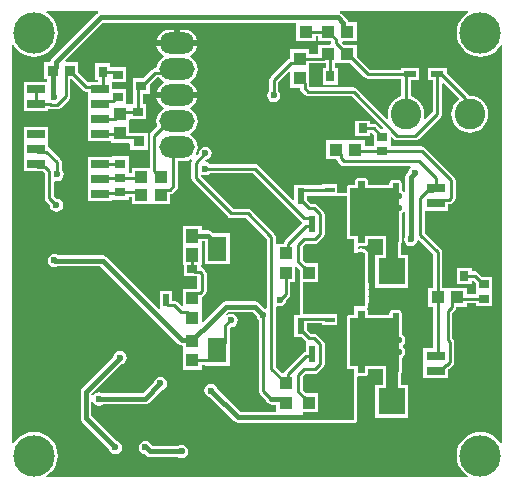
<source format=gbl>
G04*
G04 #@! TF.GenerationSoftware,Altium Limited,Altium Designer,24.9.1 (31)*
G04*
G04 Layer_Physical_Order=2*
G04 Layer_Color=16711680*
%FSLAX44Y44*%
%MOMM*%
G71*
G04*
G04 #@! TF.SameCoordinates,72FE2189-96E8-42F3-8E64-FE2F012302BB*
G04*
G04*
G04 #@! TF.FilePolarity,Positive*
G04*
G01*
G75*
%ADD12R,0.5000X1.0750*%
%ADD16R,1.0621X1.1350*%
%ADD17R,0.7500X0.9000*%
%ADD18R,1.1350X1.0621*%
%ADD25R,0.9000X0.7500*%
%ADD37C,0.4000*%
%ADD38C,0.2540*%
%ADD39C,2.6000*%
%ADD40C,3.5000*%
%ADD41C,0.6000*%
%ADD42R,1.0750X0.5000*%
%ADD43R,1.5500X2.1000*%
%ADD44R,0.7581X0.8121*%
%ADD45R,0.8621X0.7350*%
%ADD46R,1.6000X0.8000*%
%ADD47R,3.0000X2.1000*%
%ADD48R,1.5250X0.7000*%
%ADD49R,0.9581X0.9621*%
%ADD50R,2.3000X2.3000*%
%ADD51R,1.0582X1.2061*%
%ADD52O,3.0000X1.8000*%
%ADD53R,0.9000X0.8000*%
%ADD54R,0.9621X0.9350*%
%ADD55C,3.6549*%
%ADD56R,0.8200X0.4100*%
%ADD57R,0.6000X1.3500*%
%ADD58C,1.0000*%
G36*
X388627Y396178D02*
X387812Y395743D01*
X384761Y393239D01*
X382257Y390187D01*
X380396Y386706D01*
X379250Y382929D01*
X378863Y379000D01*
X379250Y375071D01*
X380396Y371294D01*
X382257Y367812D01*
X384761Y364761D01*
X387812Y362257D01*
X391294Y360396D01*
X395071Y359250D01*
X399000Y358863D01*
X402929Y359250D01*
X406706Y360396D01*
X410187Y362257D01*
X413239Y364761D01*
X415743Y367812D01*
X416178Y368627D01*
X417410Y368318D01*
Y31682D01*
X416178Y31373D01*
X415743Y32188D01*
X413239Y35239D01*
X410187Y37743D01*
X406706Y39604D01*
X402929Y40750D01*
X399000Y41137D01*
X395071Y40750D01*
X391294Y39604D01*
X387812Y37743D01*
X384761Y35239D01*
X382257Y32188D01*
X380396Y28706D01*
X379250Y24929D01*
X378863Y21000D01*
X379250Y17071D01*
X380396Y13294D01*
X382257Y9812D01*
X384761Y6761D01*
X387812Y4257D01*
X388627Y3822D01*
X388318Y2590D01*
X31682D01*
X31373Y3822D01*
X32188Y4257D01*
X35239Y6761D01*
X37743Y9812D01*
X39604Y13294D01*
X40750Y17071D01*
X41137Y21000D01*
X40750Y24929D01*
X39604Y28706D01*
X37743Y32188D01*
X35239Y35239D01*
X32188Y37743D01*
X28706Y39604D01*
X24929Y40750D01*
X21000Y41137D01*
X17071Y40750D01*
X13294Y39604D01*
X9812Y37743D01*
X6761Y35239D01*
X4257Y32188D01*
X3822Y31373D01*
X2590Y31682D01*
Y368318D01*
X3822Y368627D01*
X4257Y367812D01*
X6761Y364761D01*
X9812Y362257D01*
X13294Y360396D01*
X17071Y359250D01*
X21000Y358863D01*
X24929Y359250D01*
X28706Y360396D01*
X32188Y362257D01*
X35239Y364761D01*
X37743Y367812D01*
X39604Y371294D01*
X40750Y375071D01*
X41137Y379000D01*
X40750Y382929D01*
X39604Y386706D01*
X37743Y390187D01*
X35239Y393239D01*
X32188Y395743D01*
X31373Y396178D01*
X31682Y397410D01*
X75351D01*
X75483Y397050D01*
X75563Y396140D01*
X74265Y395273D01*
X36248Y357256D01*
X35244Y355754D01*
X34965Y354351D01*
X29399D01*
Y339649D01*
X32101D01*
Y337526D01*
X12215D01*
Y325446D01*
X12215D01*
Y324826D01*
X12215D01*
Y312746D01*
X32545D01*
Y313771D01*
X32979Y314116D01*
X33815Y314556D01*
X35076Y314305D01*
X40821D01*
X42307Y314601D01*
X43568Y315443D01*
X50496Y322371D01*
X51338Y323632D01*
X51634Y325118D01*
Y339649D01*
X53107D01*
X62438Y330318D01*
X63698Y329476D01*
X65185Y329180D01*
X66455D01*
Y325446D01*
X66455Y325446D01*
Y324826D01*
X66455D01*
X66455Y324176D01*
Y312746D01*
X66455D01*
Y312126D01*
X66455D01*
Y300046D01*
X66455D01*
Y299426D01*
X66455D01*
Y287346D01*
X86149D01*
Y285631D01*
X101851D01*
X102649Y284692D01*
Y279939D01*
X117351D01*
Y294369D01*
X106970D01*
X106595Y294444D01*
X101851D01*
Y304485D01*
X101960Y305710D01*
X116040D01*
Y318290D01*
X112885D01*
Y327460D01*
X119040D01*
Y335046D01*
X125151Y341157D01*
X126705D01*
X127769Y339770D01*
X130180Y337920D01*
X130868Y337635D01*
Y336365D01*
X130180Y336080D01*
X127770Y334230D01*
X125920Y331820D01*
X124757Y329012D01*
X124690Y328500D01*
X142000D01*
X159311D01*
X159243Y329012D01*
X158080Y331820D01*
X156230Y334230D01*
X153820Y336080D01*
X153132Y336365D01*
Y337635D01*
X153820Y337920D01*
X156230Y339770D01*
X158080Y342180D01*
X159243Y344987D01*
X159640Y348000D01*
X159243Y351013D01*
X158080Y353820D01*
X156230Y356230D01*
X153820Y358080D01*
X153132Y358365D01*
Y359635D01*
X153820Y359920D01*
X156230Y361770D01*
X158080Y364180D01*
X159243Y366987D01*
X159310Y367500D01*
X142000D01*
Y370000D01*
D01*
Y367500D01*
X124690D01*
X124757Y366987D01*
X125920Y364180D01*
X127769Y361770D01*
X130180Y359920D01*
X130868Y359635D01*
Y358365D01*
X130180Y358080D01*
X127769Y356230D01*
X125920Y353820D01*
X124757Y351013D01*
X124482Y348927D01*
X123542D01*
X122055Y348631D01*
X120795Y347789D01*
X113546Y340540D01*
X104960D01*
Y327460D01*
X105115D01*
Y318290D01*
X103088D01*
X101851Y318369D01*
X101851D01*
X101851Y318369D01*
X99040D01*
Y331040D01*
X86785D01*
Y336960D01*
X99040D01*
Y350040D01*
X85290D01*
Y353040D01*
X72710D01*
Y338960D01*
X75115D01*
Y337526D01*
X66455D01*
X66455Y337526D01*
Y337526D01*
X65512Y338232D01*
X58601Y345143D01*
Y354351D01*
X48094D01*
X47608Y355524D01*
X79455Y387371D01*
X242939D01*
Y372149D01*
X259369D01*
Y376115D01*
X261631D01*
Y372149D01*
X272568D01*
X272784Y371933D01*
Y370551D01*
X272870Y370121D01*
X271828Y368851D01*
X261631D01*
Y361039D01*
X253851D01*
Y365369D01*
X238149D01*
Y357151D01*
X236809Y356885D01*
X235549Y356043D01*
X221253Y341747D01*
X220411Y340487D01*
X220115Y339000D01*
Y330067D01*
X220006Y329994D01*
X218782Y328162D01*
X218351Y326000D01*
X218782Y323838D01*
X220006Y322006D01*
X221838Y320782D01*
X224000Y320351D01*
X226162Y320782D01*
X227994Y322006D01*
X229219Y323838D01*
X229648Y326000D01*
X229219Y328162D01*
X227994Y329994D01*
X227885Y330067D01*
Y337391D01*
X236976Y346482D01*
X238149Y345996D01*
Y332631D01*
X246156D01*
Y332329D01*
X246452Y330842D01*
X247294Y329582D01*
X250622Y326253D01*
X251883Y325411D01*
X253369Y325115D01*
X289919D01*
X316492Y298542D01*
X316006Y297369D01*
X314643D01*
X311265Y300747D01*
X310005Y301589D01*
X308519Y301885D01*
X305601D01*
Y304601D01*
X292939D01*
Y291399D01*
X305601D01*
Y294115D01*
X306909D01*
X309149Y291875D01*
Y282731D01*
X301369D01*
Y287851D01*
X268631D01*
Y272149D01*
X277083D01*
X277266Y271228D01*
X278108Y269968D01*
X280822Y267253D01*
X282083Y266411D01*
X283569Y266115D01*
X339738D01*
X340123Y264845D01*
X339321Y264310D01*
X338097Y262477D01*
X337883Y261401D01*
X336727Y260245D01*
X335723Y258744D01*
X335371Y256972D01*
X335371Y256972D01*
Y244561D01*
X334101Y244176D01*
X333635Y244873D01*
X332232Y245810D01*
Y252000D01*
X332035Y252991D01*
X331474Y253831D01*
X330634Y254393D01*
X329643Y254590D01*
X324543D01*
X323552Y254393D01*
X322711Y253831D01*
X322150Y252991D01*
X321953Y252000D01*
Y249895D01*
X304032D01*
Y253255D01*
X303835Y254246D01*
X303274Y255086D01*
X302434Y255648D01*
X301443Y255845D01*
X295343D01*
X294352Y255648D01*
X293511Y255086D01*
X292950Y254246D01*
X292753Y253255D01*
Y249895D01*
X288243D01*
X287252Y249698D01*
X286411Y249136D01*
X285850Y248296D01*
X285653Y247305D01*
Y243590D01*
X277883D01*
Y250640D01*
X264603D01*
Y249935D01*
X252540D01*
Y250290D01*
X241460D01*
Y237693D01*
X240287Y237207D01*
X210747Y266747D01*
X209487Y267589D01*
X208000Y267885D01*
X170067D01*
X169994Y267994D01*
X168162Y269219D01*
X166673Y269515D01*
X166397Y269803D01*
X166003Y270846D01*
X166386Y271428D01*
X168162Y271781D01*
X169994Y273006D01*
X171219Y274838D01*
X171649Y277000D01*
X171219Y279162D01*
X169994Y280994D01*
X168162Y282219D01*
X166000Y282649D01*
X163838Y282219D01*
X162006Y280994D01*
X160781Y279162D01*
X160352Y277000D01*
X160377Y276871D01*
X159291Y275785D01*
X158214Y276504D01*
X159243Y278988D01*
X159640Y282000D01*
X159243Y285013D01*
X158080Y287820D01*
X156230Y290230D01*
X153820Y292080D01*
X153132Y292365D01*
Y293635D01*
X153820Y293920D01*
X156230Y295770D01*
X158080Y298180D01*
X159243Y300987D01*
X159640Y304000D01*
X159243Y307013D01*
X158080Y309820D01*
X156230Y312230D01*
X153820Y314080D01*
X153132Y314365D01*
Y315635D01*
X153820Y315920D01*
X156230Y317770D01*
X158080Y320180D01*
X159243Y322988D01*
X159311Y323500D01*
X142000D01*
X124690D01*
X124757Y322988D01*
X125920Y320180D01*
X127770Y317770D01*
X130180Y315920D01*
X130868Y315635D01*
Y314365D01*
X130180Y314080D01*
X127769Y312230D01*
X125920Y309820D01*
X124757Y307013D01*
X124360Y304000D01*
X124757Y300987D01*
X125266Y299759D01*
X120253Y294747D01*
X119411Y293487D01*
X119115Y292000D01*
Y264851D01*
X103631D01*
Y259885D01*
X101040D01*
Y274290D01*
X86960D01*
Y274290D01*
X86785Y274026D01*
X66455D01*
Y261946D01*
X66455D01*
Y261326D01*
X66455D01*
Y249246D01*
X66455D01*
Y248626D01*
X66455D01*
Y236546D01*
X86785D01*
X86960Y237710D01*
X101040D01*
Y240115D01*
X103631D01*
Y234149D01*
X136369D01*
Y242187D01*
X137496Y242411D01*
X138756Y243253D01*
X141747Y246244D01*
X142589Y247504D01*
X142885Y248990D01*
Y270361D01*
X148000D01*
X151012Y270757D01*
X153820Y271920D01*
X153864Y271954D01*
X154803Y271074D01*
X154411Y270487D01*
X154115Y269000D01*
Y256000D01*
X154411Y254513D01*
X155253Y253253D01*
X185253Y223253D01*
X186513Y222411D01*
X188000Y222115D01*
X200391D01*
X217925Y204581D01*
Y146119D01*
X216655Y145319D01*
X216121Y145426D01*
X211273Y150273D01*
X209771Y151277D01*
X208000Y151629D01*
X208000Y151629D01*
X183337D01*
X183337Y151629D01*
X181565Y151277D01*
X180064Y150273D01*
X180064Y150273D01*
X168321Y138530D01*
X168029Y138094D01*
X164024Y134089D01*
X162851Y134575D01*
Y145939D01*
Y154931D01*
X163046Y154970D01*
X164306Y155812D01*
X166057Y157563D01*
X166899Y158823D01*
X167195Y160310D01*
Y174578D01*
X166899Y176065D01*
X166057Y177325D01*
X163970Y179412D01*
X162710Y180254D01*
X162040Y180387D01*
Y182419D01*
X162831D01*
Y198441D01*
Y202382D01*
X166008D01*
Y182961D01*
X186588D01*
Y209041D01*
X172555D01*
X171311Y210284D01*
X169810Y211287D01*
X168038Y211640D01*
X168038Y211640D01*
X162831D01*
Y215581D01*
X147169D01*
Y198441D01*
Y182419D01*
X147960D01*
Y172710D01*
X159425D01*
Y162444D01*
X159041D01*
X158665Y162369D01*
X147149D01*
Y147862D01*
X145976Y147375D01*
X142330Y151022D01*
X141069Y151864D01*
X139583Y152160D01*
X138040D01*
Y160295D01*
X127960D01*
Y145382D01*
X126690Y144856D01*
X82273Y189273D01*
X80771Y190277D01*
X79000Y190629D01*
X79000Y190629D01*
X41612D01*
X40324Y191489D01*
X38163Y191919D01*
X36001Y191489D01*
X34169Y190265D01*
X32944Y188432D01*
X32514Y186271D01*
X32944Y184109D01*
X34169Y182277D01*
X36001Y181052D01*
X38163Y180622D01*
X40324Y181052D01*
X40801Y181371D01*
X77083D01*
X142759Y115694D01*
X142759Y115694D01*
X144261Y114691D01*
X146032Y114339D01*
X147149Y113938D01*
Y109939D01*
Y93631D01*
X162851D01*
Y97961D01*
X166008D01*
Y96961D01*
X186588D01*
Y123041D01*
X186565D01*
Y128763D01*
X187735Y129756D01*
X187871Y129729D01*
X190033Y130159D01*
X191865Y131383D01*
X193089Y133216D01*
X193519Y135377D01*
X193089Y137539D01*
X191865Y139371D01*
X190033Y140596D01*
X187871Y141026D01*
X185709Y140596D01*
X184400Y139721D01*
X183591Y140708D01*
X185254Y142371D01*
X206083D01*
X209574Y138879D01*
X209781Y137838D01*
X211006Y136006D01*
X211115Y135933D01*
Y76000D01*
X211411Y74513D01*
X212253Y73253D01*
X217586Y67920D01*
X217723Y67229D01*
X218727Y65727D01*
X219109Y65344D01*
X219109Y65344D01*
X220611Y64341D01*
X222383Y63988D01*
X222383Y63988D01*
X226149D01*
Y58101D01*
X195445D01*
X176426Y77121D01*
X176218Y78162D01*
X174994Y79994D01*
X173162Y81219D01*
X171000Y81649D01*
X168838Y81219D01*
X167006Y79994D01*
X165781Y78162D01*
X165352Y76000D01*
X165781Y73838D01*
X167006Y72006D01*
X168838Y70781D01*
X169879Y70574D01*
X190255Y50199D01*
X190255Y50199D01*
X191757Y49195D01*
X193528Y48843D01*
X193528Y48843D01*
X247656D01*
X248009Y48607D01*
X249000Y48410D01*
X292000D01*
X292991Y48607D01*
X293831Y49169D01*
X294393Y50009D01*
X294590Y51000D01*
Y87537D01*
X295343Y88155D01*
X301443D01*
X302434Y88352D01*
X303274Y88914D01*
X303835Y89754D01*
X304032Y90745D01*
Y94105D01*
X316395D01*
Y81040D01*
X309960D01*
Y52960D01*
X338040D01*
Y81040D01*
X331605D01*
Y90365D01*
X332035Y91009D01*
X332232Y92000D01*
Y103947D01*
X333635Y104885D01*
X334860Y106717D01*
X335290Y108879D01*
X334860Y111040D01*
X333635Y112873D01*
X333273Y113115D01*
Y114642D01*
X333635Y114885D01*
X334860Y116717D01*
X335290Y118879D01*
X334860Y121040D01*
X333635Y122873D01*
X332232Y123810D01*
Y142000D01*
X332035Y142991D01*
X331474Y143831D01*
X330634Y144393D01*
X329643Y144590D01*
X324543D01*
X323552Y144393D01*
X322711Y143831D01*
X322150Y142991D01*
X321953Y142000D01*
Y139895D01*
X304032D01*
Y143255D01*
X303835Y144246D01*
X303343Y144983D01*
X302831Y146169D01*
X303393Y147009D01*
X303590Y148000D01*
Y149897D01*
X304219Y150838D01*
X304648Y153000D01*
X304219Y155162D01*
X303658Y156000D01*
X304219Y156838D01*
X304648Y159000D01*
X304219Y161162D01*
X303658Y162000D01*
X304219Y162838D01*
X304648Y165000D01*
X304219Y167162D01*
X303590Y168103D01*
Y184705D01*
X303648Y185000D01*
X303590Y185295D01*
Y190705D01*
X303648Y191000D01*
X303590Y191295D01*
Y192154D01*
X303393Y193145D01*
X302831Y193985D01*
X302537Y194182D01*
X301994Y194994D01*
X300162Y196219D01*
X298000Y196649D01*
X296276Y196306D01*
X295218Y196991D01*
X295138Y197091D01*
X296164Y198155D01*
X301443D01*
X302434Y198352D01*
X303274Y198914D01*
X303835Y199754D01*
X304032Y200745D01*
Y204105D01*
X316395D01*
Y191040D01*
X309960D01*
Y162960D01*
X338040D01*
Y191040D01*
X331605D01*
Y200365D01*
X332035Y201009D01*
X332232Y202000D01*
Y225947D01*
X333635Y226885D01*
X334101Y227582D01*
X335371Y227196D01*
Y207044D01*
X334781Y206162D01*
X334352Y204000D01*
X334781Y201838D01*
X336006Y200006D01*
X337838Y198781D01*
X340000Y198351D01*
X342162Y198781D01*
X343994Y200006D01*
X345219Y201838D01*
X345464Y203074D01*
X346842Y203491D01*
X358961Y191372D01*
Y162851D01*
X354631D01*
Y147149D01*
X358961D01*
Y112040D01*
X350460D01*
Y98960D01*
Y86460D01*
X371540D01*
Y93997D01*
X372065Y94101D01*
X373325Y94943D01*
X375557Y97175D01*
X376399Y98435D01*
X376695Y99922D01*
Y117302D01*
X376399Y118788D01*
X375557Y120049D01*
X375075Y120531D01*
Y141469D01*
X377496Y143890D01*
X378338Y145150D01*
X378633Y146637D01*
Y147149D01*
X387369D01*
Y149961D01*
X395149D01*
Y147631D01*
X408851D01*
Y159939D01*
Y172369D01*
X400643D01*
X397265Y175747D01*
X396005Y176589D01*
X394519Y176885D01*
X391601D01*
Y179601D01*
X378939D01*
Y166399D01*
X391601D01*
Y169115D01*
X392909D01*
X395149Y166875D01*
Y157731D01*
X387369D01*
Y162851D01*
X366731D01*
Y192981D01*
X366435Y194468D01*
X365593Y195728D01*
X351885Y209436D01*
Y228460D01*
X371540D01*
Y233845D01*
X372512D01*
X373999Y234141D01*
X375259Y234983D01*
X376747Y236471D01*
X377589Y237731D01*
X377885Y239218D01*
Y254000D01*
X377589Y255487D01*
X376747Y256747D01*
X351901Y281593D01*
X350640Y282435D01*
X349154Y282731D01*
X322851D01*
Y290524D01*
X324024Y291010D01*
X325781Y289253D01*
X327041Y288411D01*
X328528Y288115D01*
X344000D01*
X345487Y288411D01*
X346747Y289253D01*
X365367Y307873D01*
X366209Y309133D01*
X366505Y310620D01*
Y335837D01*
X367678Y336323D01*
X380488Y323514D01*
X380425Y322245D01*
X378958Y321042D01*
X377016Y318675D01*
X375574Y315976D01*
X374685Y313046D01*
X374385Y310000D01*
X374685Y306954D01*
X375574Y304024D01*
X377016Y301325D01*
X378958Y298958D01*
X381325Y297016D01*
X384024Y295574D01*
X386954Y294685D01*
X390000Y294385D01*
X393046Y294685D01*
X395976Y295574D01*
X398675Y297016D01*
X401042Y298958D01*
X402984Y301325D01*
X404426Y304024D01*
X405315Y306954D01*
X405615Y310000D01*
X405315Y313046D01*
X404426Y315976D01*
X402984Y318675D01*
X401042Y321042D01*
X398675Y322984D01*
X395976Y324426D01*
X393046Y325315D01*
X390000Y325615D01*
X389065Y325523D01*
X388258Y326731D01*
X370535Y344454D01*
Y349040D01*
X354705D01*
Y338960D01*
X358735D01*
Y312229D01*
X352286Y305780D01*
X351163Y306453D01*
X351315Y306954D01*
X351615Y310000D01*
X351315Y313046D01*
X350426Y315976D01*
X348983Y318675D01*
X347042Y321042D01*
X344675Y322984D01*
X341976Y324426D01*
X339885Y325061D01*
Y338960D01*
X347295D01*
Y349040D01*
X331465D01*
Y347885D01*
X305128D01*
X294369Y358643D01*
Y368851D01*
X283432D01*
X282923Y369360D01*
X282920Y369375D01*
X282078Y370636D01*
X281738Y370976D01*
X282224Y372149D01*
X294369D01*
Y387851D01*
X287042D01*
X286755Y389293D01*
X285752Y390794D01*
X281273Y395273D01*
X279975Y396140D01*
X280054Y397050D01*
X280187Y397410D01*
X388318D01*
X388627Y396178D01*
D02*
G37*
G36*
X261631Y353149D02*
X268115D01*
Y349040D01*
X265710D01*
Y334960D01*
X278290D01*
Y349040D01*
X275885D01*
Y353149D01*
X288875D01*
X300772Y341253D01*
X302032Y340411D01*
X303519Y340115D01*
X331465D01*
Y338960D01*
X332115D01*
Y325061D01*
X330024Y324426D01*
X327325Y322984D01*
X324958Y321042D01*
X323016Y318675D01*
X321573Y315976D01*
X320685Y313046D01*
X320385Y310000D01*
X320665Y307153D01*
X319748Y306392D01*
X319674Y306348D01*
X294275Y331747D01*
X293015Y332589D01*
X291528Y332885D01*
X254978D01*
X253925Y333938D01*
Y336805D01*
X253851Y337181D01*
Y348939D01*
Y353269D01*
X261631D01*
Y353149D01*
D02*
G37*
G36*
X246773Y219733D02*
X247812Y219039D01*
X247939Y218811D01*
X248064Y218201D01*
X248091Y217585D01*
X233404Y202898D01*
X232562Y201638D01*
X232310Y200369D01*
X226149D01*
X225695Y201451D01*
Y206190D01*
X225399Y207677D01*
X224557Y208937D01*
X204747Y228747D01*
X203487Y229589D01*
X202000Y229885D01*
X189609D01*
X162093Y257401D01*
X162203Y258550D01*
X163332Y259120D01*
X163838Y258781D01*
X166000Y258351D01*
X168162Y258781D01*
X169994Y260006D01*
X170067Y260115D01*
X206391D01*
X246773Y219733D01*
D02*
G37*
G36*
X301443Y247305D02*
X324543D01*
Y252000D01*
X329643D01*
Y202000D01*
X324543D01*
Y206695D01*
X301443D01*
Y200745D01*
X295343D01*
Y206695D01*
X288243D01*
Y227000D01*
Y247305D01*
X295343D01*
Y253255D01*
X301443D01*
Y247305D01*
D02*
G37*
G36*
X246149Y178137D02*
Y167631D01*
X246410D01*
Y141453D01*
X246047Y140843D01*
X245573Y140394D01*
X245347Y140290D01*
X241460D01*
Y121710D01*
X247046D01*
X251079Y117677D01*
X251255Y117560D01*
X250960Y116290D01*
X250960D01*
Y109019D01*
X249691Y108767D01*
X248431Y107925D01*
X233404Y92898D01*
X232562Y91638D01*
X232497Y91311D01*
X231119Y90893D01*
X225695Y96318D01*
Y147199D01*
X226615Y147690D01*
X226965Y147756D01*
X229000Y147352D01*
X231162Y147781D01*
X232994Y149006D01*
X234219Y150838D01*
X234648Y153000D01*
X234623Y153129D01*
X236747Y155253D01*
X237589Y156513D01*
X237885Y158000D01*
Y167631D01*
X241851D01*
Y180639D01*
X243121Y181166D01*
X246149Y178137D01*
D02*
G37*
G36*
X285653Y227000D02*
Y206695D01*
X285850Y205704D01*
X286411Y204864D01*
X287252Y204302D01*
X288243Y204105D01*
X292000D01*
Y192154D01*
X301000D01*
Y148000D01*
X292000D01*
Y139895D01*
X288243D01*
X287252Y139698D01*
X286411Y139136D01*
X285850Y138296D01*
X285653Y137305D01*
Y117000D01*
Y96695D01*
X285850Y95704D01*
X286411Y94864D01*
X287252Y94302D01*
X288243Y94105D01*
X292000D01*
Y51000D01*
X249000D01*
Y57631D01*
X261851D01*
Y74061D01*
X251212D01*
X249000Y76274D01*
Y88034D01*
X251121Y90155D01*
X258678D01*
X260164Y90451D01*
X261425Y91293D01*
X266057Y95925D01*
X266899Y97185D01*
X267195Y98672D01*
Y115328D01*
X266899Y116815D01*
X266057Y118075D01*
X263509Y120623D01*
X262698Y121165D01*
X260692Y123171D01*
X259432Y124013D01*
X257945Y124309D01*
X255435D01*
X252540Y127204D01*
Y132925D01*
X264603D01*
Y131460D01*
X277883D01*
Y140640D01*
X270758D01*
X270483Y140695D01*
X250218D01*
X249982Y140648D01*
X249000Y141453D01*
Y167631D01*
X261851D01*
Y184061D01*
X251212D01*
X249000Y186274D01*
Y198034D01*
X251121Y200155D01*
X258678D01*
X260164Y200451D01*
X261425Y201293D01*
X266057Y205925D01*
X266899Y207185D01*
X267195Y208672D01*
Y225328D01*
X266899Y226815D01*
X266057Y228075D01*
X260961Y233171D01*
X259701Y234013D01*
X258214Y234309D01*
X255435D01*
X252540Y237204D01*
Y241000D01*
X285653D01*
Y227000D01*
D02*
G37*
G36*
X301443Y137305D02*
X324543D01*
Y142000D01*
X329643D01*
Y92000D01*
X324543D01*
Y96695D01*
X301443D01*
Y90745D01*
X295343D01*
Y96695D01*
X288243D01*
Y117000D01*
Y137305D01*
X295343D01*
Y143255D01*
X301443D01*
Y137305D01*
D02*
G37*
%LPC*%
G36*
X148000Y381640D02*
X144500D01*
Y372500D01*
X159310D01*
X159243Y373013D01*
X158080Y375820D01*
X156230Y378230D01*
X153820Y380080D01*
X151012Y381243D01*
X148000Y381640D01*
D02*
G37*
G36*
X139500D02*
X136000D01*
X132987Y381243D01*
X130180Y380080D01*
X127769Y378230D01*
X125920Y375820D01*
X124757Y373013D01*
X124690Y372500D01*
X139500D01*
Y381640D01*
D02*
G37*
G36*
X32545Y299426D02*
X12215D01*
Y287996D01*
X12215Y287346D01*
X12215Y286076D01*
Y275296D01*
X12215Y274646D01*
X12215D01*
Y274026D01*
X12215D01*
Y261946D01*
X24235D01*
X24610Y261871D01*
X28635D01*
X29930Y260576D01*
Y239185D01*
X30226Y237698D01*
X31068Y236438D01*
X34377Y233129D01*
X34351Y233000D01*
X34781Y230838D01*
X36006Y229006D01*
X37838Y227781D01*
X40000Y227351D01*
X42162Y227781D01*
X43994Y229006D01*
X45219Y230838D01*
X45648Y233000D01*
X45219Y235162D01*
X43994Y236994D01*
X42162Y238218D01*
X40000Y238648D01*
X39871Y238623D01*
X37700Y240794D01*
Y252881D01*
X38970Y253681D01*
X40625Y253351D01*
X42787Y253781D01*
X44619Y255006D01*
X45844Y256838D01*
X46273Y259000D01*
X45844Y261162D01*
X44619Y262994D01*
X44510Y263067D01*
Y269375D01*
X44214Y270862D01*
X43372Y272122D01*
X34291Y281203D01*
X33031Y282045D01*
X32545Y282141D01*
Y286076D01*
X32545Y286726D01*
X32545Y287996D01*
Y299426D01*
D02*
G37*
G36*
X93846Y109649D02*
X91684Y109219D01*
X89852Y107994D01*
X88628Y106162D01*
X88286Y104445D01*
X61727Y77886D01*
X60723Y76384D01*
X60371Y74613D01*
X60371Y74613D01*
Y52830D01*
X60371Y52830D01*
X60723Y51059D01*
X61727Y49557D01*
X84524Y26759D01*
X84731Y25718D01*
X85956Y23886D01*
X87788Y22661D01*
X89950Y22232D01*
X92112Y22661D01*
X93944Y23886D01*
X95169Y25718D01*
X95598Y27880D01*
X95169Y30042D01*
X93944Y31874D01*
X92112Y33099D01*
X91071Y33306D01*
X69629Y54747D01*
Y66451D01*
X70183Y66638D01*
X70899Y66663D01*
X72006Y65006D01*
X73838Y63781D01*
X76000Y63351D01*
X78162Y63781D01*
X79044Y64371D01*
X114930D01*
X114930Y64371D01*
X116701Y64723D01*
X118203Y65727D01*
X129171Y76694D01*
X130212Y76901D01*
X132044Y78126D01*
X133268Y79959D01*
X133699Y82120D01*
X133268Y84282D01*
X132044Y86114D01*
X130212Y87339D01*
X128050Y87769D01*
X125888Y87339D01*
X124056Y86114D01*
X122831Y84282D01*
X122624Y83241D01*
X113013Y73629D01*
X79044D01*
X78162Y74219D01*
X76000Y74648D01*
X73838Y74219D01*
X72006Y72994D01*
X71026Y71528D01*
X69772Y71688D01*
X69661Y72727D01*
X95642Y98709D01*
X96008Y98781D01*
X97840Y100006D01*
X99065Y101838D01*
X99495Y104000D01*
X99065Y106162D01*
X97840Y107994D01*
X96008Y109219D01*
X93846Y109649D01*
D02*
G37*
G36*
X115350Y33529D02*
X113188Y33099D01*
X111356Y31874D01*
X110131Y30042D01*
X109701Y27880D01*
X110131Y25718D01*
X111356Y23886D01*
X113188Y22661D01*
X114905Y22320D01*
X115998Y21227D01*
X115998Y21227D01*
X117500Y20223D01*
X119271Y19871D01*
X142956D01*
X143838Y19281D01*
X146000Y18851D01*
X148162Y19281D01*
X149994Y20506D01*
X151219Y22338D01*
X151649Y24500D01*
X151219Y26662D01*
X149994Y28494D01*
X148162Y29719D01*
X146000Y30148D01*
X143838Y29719D01*
X142956Y29129D01*
X121189D01*
X120641Y29676D01*
X120569Y30042D01*
X119344Y31874D01*
X117512Y33099D01*
X115350Y33529D01*
D02*
G37*
%LPD*%
D12*
X133000Y152380D02*
D03*
Y175620D02*
D03*
D16*
X234000Y82154D02*
D03*
Y65846D02*
D03*
Y175846D02*
D03*
X155000Y118154D02*
D03*
X246000Y340846D02*
D03*
Y357154D02*
D03*
X155000Y101846D02*
D03*
Y154154D02*
D03*
Y137846D02*
D03*
X94000Y310154D02*
D03*
Y293846D02*
D03*
X254000Y192154D02*
D03*
Y175846D02*
D03*
X234000Y192154D02*
D03*
X254000Y65846D02*
D03*
Y82154D02*
D03*
D17*
X272000Y342000D02*
D03*
X284000D02*
D03*
X79000Y346000D02*
D03*
X67000D02*
D03*
D18*
X269846Y361000D02*
D03*
X286154D02*
D03*
X276846Y280000D02*
D03*
X293154D02*
D03*
X379154Y155000D02*
D03*
X362846D02*
D03*
X286154Y380000D02*
D03*
X251154D02*
D03*
X234846D02*
D03*
X269846D02*
D03*
X128154Y257000D02*
D03*
X111846D02*
D03*
X128154Y242000D02*
D03*
X111846D02*
D03*
D25*
X155000Y179000D02*
D03*
Y167000D02*
D03*
X94000Y244000D02*
D03*
Y256000D02*
D03*
Y280000D02*
D03*
Y268000D02*
D03*
X109000Y300000D02*
D03*
Y312000D02*
D03*
D37*
X285789Y380000D02*
X286154D01*
X343315Y260288D02*
Y260315D01*
X340000Y204000D02*
Y256972D01*
X343315Y260288D01*
X208000Y147000D02*
X215000Y140000D01*
X171594Y135257D02*
X183337Y147000D01*
X208000D01*
X171594Y135112D02*
Y135257D01*
X155000Y118518D02*
X171594Y135112D01*
X146032Y118968D02*
X154186D01*
X38433Y186000D02*
X79000D01*
X146032Y118968D01*
X38163Y186271D02*
X38433Y186000D01*
X76000Y69000D02*
X114930D01*
X128050Y82120D01*
X176298Y196001D02*
Y198751D01*
X155000Y207011D02*
X168038D01*
X176298Y198751D01*
X222000Y69000D02*
X222383Y68617D01*
X231229D02*
X234000Y65846D01*
X222383Y68617D02*
X231229D01*
X36730Y326811D02*
Y347000D01*
X38000Y325000D02*
Y325541D01*
X36730Y326811D02*
X38000Y325541D01*
X77538Y392000D02*
X278000D01*
X39521Y353983D02*
X77538Y392000D01*
X36730Y347000D02*
X39521Y349791D01*
Y353983D01*
X282479Y383311D02*
Y387521D01*
X278000Y392000D02*
X282479Y387521D01*
Y383311D02*
X285789Y380000D01*
X267341Y55341D02*
X279000Y67000D01*
X193528Y53472D02*
X265472D01*
X267341Y55341D02*
X267341D01*
X171000Y76000D02*
X193528Y53472D01*
X265472D02*
X267341Y55341D01*
X263846Y82154D02*
X279000Y67000D01*
X271663Y185000D02*
X278000Y178663D01*
X277000Y177000D02*
X278000Y178000D01*
X263846Y192154D02*
X269500Y186500D01*
X278000Y178000D02*
Y178663D01*
X270000Y185000D02*
X271663D01*
X269500Y184500D02*
Y186500D01*
Y184500D02*
X270000Y185000D01*
X269000Y184000D02*
X269500Y184500D01*
X254000Y192154D02*
X263846D01*
X254000Y82154D02*
X263846D01*
X65000Y52830D02*
Y74613D01*
Y52830D02*
X89950Y27880D01*
X65000Y74613D02*
X93846Y103459D01*
Y104000D01*
X115891Y27880D02*
X119271Y24500D01*
X146000D01*
X115350Y27880D02*
X115891D01*
D38*
X336000Y344000D02*
X337230D01*
X328528Y292000D02*
X344000D01*
X362620Y310620D02*
Y344000D01*
X344000Y292000D02*
X362620Y310620D01*
X291528Y329000D02*
X328528Y292000D01*
X253369Y329000D02*
X291528D01*
X250041Y332329D02*
X253369Y329000D01*
X246000Y340846D02*
X250041Y336805D01*
Y332329D02*
Y336805D01*
X337230Y344000D02*
X339380D01*
X303519D02*
X336000D01*
X286154Y361000D02*
X286518D01*
X303519Y344000D01*
X276669Y370551D02*
X279331Y367889D01*
X269846Y380000D02*
X270211D01*
X276669Y373542D01*
X285789Y361000D02*
X286154D01*
X279331Y367458D02*
X285789Y361000D01*
X279331Y367458D02*
Y367889D01*
X276669Y370551D02*
Y373542D01*
X251154Y380000D02*
X269846D01*
X336000Y342770D02*
X337230Y344000D01*
X336000Y310000D02*
Y342770D01*
X365495Y344000D02*
X385511Y323984D01*
X362620Y344000D02*
X365495D01*
X385511Y314489D02*
Y323984D01*
Y314489D02*
X390000Y310000D01*
X347000Y270000D02*
X361000Y256000D01*
X283569Y270000D02*
X347000D01*
X280855Y272715D02*
X283569Y270000D01*
X361000Y247500D02*
Y256000D01*
X348000Y239388D02*
X353382Y244770D01*
X348000Y207827D02*
Y239388D01*
Y207827D02*
X362846Y192981D01*
X358270Y244770D02*
X361000Y247500D01*
X353382Y244770D02*
X358270D01*
X362846Y155000D02*
Y192981D01*
Y107346D02*
Y155000D01*
X361000Y105500D02*
X362846Y107346D01*
X374000Y239218D02*
Y254000D01*
X349154Y278846D02*
X374000Y254000D01*
X316000Y278846D02*
X349154D01*
X372512Y237730D02*
X374000Y239218D01*
X363730Y237730D02*
X372512D01*
X276846Y280000D02*
X280855Y275991D01*
Y272715D02*
Y275991D01*
X361000Y235000D02*
X363730Y237730D01*
X294308Y278846D02*
X316000D01*
X293154Y280000D02*
X294308Y278846D01*
X159041Y158559D02*
X161559D01*
X163310Y160310D01*
Y174578D01*
X155000Y154518D02*
X159041Y158559D01*
X155000Y179000D02*
X157335Y176665D01*
X161223D01*
X163310Y174578D01*
X155000Y154154D02*
Y154518D01*
Y179000D02*
Y190989D01*
X134230Y148275D02*
X139583D01*
X145606Y142251D02*
X150959D01*
X155000Y138211D01*
X133000Y149505D02*
Y152380D01*
Y149505D02*
X134230Y148275D01*
X139583D02*
X145606Y142251D01*
X155000Y137846D02*
Y138211D01*
X272000Y342000D02*
Y358846D01*
X269846Y361000D02*
X272000Y358846D01*
X176298Y110001D02*
X182680Y116383D01*
Y131123D01*
X186935Y135377D01*
X176298Y108326D02*
Y110001D01*
X186935Y135377D02*
X187871D01*
X299270Y298000D02*
X308519D01*
X315364Y291154D02*
X316000D01*
X308519Y298000D02*
X315364Y291154D01*
X401365Y166154D02*
X402000D01*
X394519Y173000D02*
X401365Y166154D01*
X385270Y173000D02*
X394519D01*
X380308Y153846D02*
X402000D01*
X379154Y155000D02*
X380308Y153846D01*
X374749Y150959D02*
X378789Y155000D01*
X371190Y118922D02*
X372810Y117302D01*
Y99922D02*
Y117302D01*
X371190Y143078D02*
X374749Y146637D01*
X370578Y97690D02*
X372810Y99922D01*
X378789Y155000D02*
X379154D01*
X369690Y97690D02*
X370578D01*
X371190Y118922D02*
Y143078D01*
X374749Y146637D02*
Y150959D01*
X365000Y93000D02*
X369690Y97690D01*
X361000Y93000D02*
X365000D01*
X238296Y353296D02*
X242142D01*
X246000Y357154D01*
X224000Y339000D02*
X238296Y353296D01*
X224000Y326000D02*
Y339000D01*
X266000Y357154D02*
X269846Y361000D01*
X246000Y357154D02*
X266000D01*
X221810Y94708D02*
Y206190D01*
X202000Y226000D02*
X221810Y206190D01*
X234000Y158000D02*
Y175846D01*
X229000Y153000D02*
X234000Y158000D01*
X221810Y94708D02*
X234000Y82519D01*
X215000Y76000D02*
X222000Y69000D01*
X215000Y76000D02*
Y140000D01*
X234000Y82154D02*
Y82519D01*
X155000Y101846D02*
X169818D01*
X176298Y108326D01*
X247000Y134750D02*
X248730Y136480D01*
X249888D01*
X250218Y136810D01*
X270483D01*
X271243Y136050D01*
X247000Y127250D02*
Y134750D01*
X47749Y343459D02*
X51270Y346980D01*
X40821Y318190D02*
X47749Y325118D01*
X35076Y318190D02*
X40821D01*
X47749Y325118D02*
Y343459D01*
X22380Y318786D02*
X34480D01*
X35076Y318190D01*
X22380Y318786D02*
Y331486D01*
X260762Y117876D02*
X263310Y115328D01*
X260493Y117876D02*
X260762D01*
X257945Y120424D02*
X260493Y117876D01*
X253826Y120424D02*
X257945D01*
X263310Y98672D02*
Y115328D01*
X258678Y94040D02*
X263310Y98672D01*
X247000Y127250D02*
X253826Y120424D01*
X249512Y94040D02*
X258678D01*
X188000Y226000D02*
X202000D01*
X158000Y256000D02*
X188000Y226000D01*
X158000Y256000D02*
Y269000D01*
X166000Y277000D01*
Y264000D02*
X208000D01*
X249520Y222480D01*
X40625Y259000D02*
Y269375D01*
X24610Y278456D02*
X31544D01*
X40625Y269375D01*
X22380Y280686D02*
X24610Y278456D01*
Y265756D02*
X30244D01*
X33815Y262185D01*
X22380Y267986D02*
X24610Y265756D01*
X33815Y239185D02*
Y262185D01*
Y239185D02*
X40000Y233000D01*
X249520Y222480D02*
X254770D01*
X256500Y220750D01*
Y217000D02*
Y220750D01*
X258678Y204039D02*
X263310Y208672D01*
X253826Y230424D02*
X258214D01*
X263310Y208672D02*
Y225328D01*
X258214Y230424D02*
X263310Y225328D01*
X247000Y237250D02*
X253826Y230424D01*
X244879Y184900D02*
Y199407D01*
X249959Y180251D02*
X254000Y176211D01*
X249529Y180251D02*
X249959D01*
X244879Y199407D02*
X249512Y204039D01*
X254000Y175846D02*
Y176211D01*
X244879Y184900D02*
X249529Y180251D01*
X249512Y204039D02*
X258678D01*
X247000Y241000D02*
Y244320D01*
Y237250D02*
Y241000D01*
X254000Y65846D02*
Y66211D01*
X249959Y70251D02*
X254000Y66211D01*
X249529Y70251D02*
X249959D01*
X244879Y74900D02*
X249529Y70251D01*
X244879Y89407D02*
X249512Y94040D01*
X244879Y74900D02*
Y89407D01*
X234000Y82154D02*
X236151Y84305D01*
X256500Y106908D02*
Y107000D01*
X236151Y90151D02*
X251178Y105178D01*
X236151Y84305D02*
Y90151D01*
X254770Y105178D02*
X256500Y106908D01*
X251178Y105178D02*
X254770D01*
X234000Y192154D02*
X236151Y194305D01*
Y200151D02*
X251178Y215178D01*
X254770D02*
X256500Y216908D01*
X236151Y194305D02*
Y200151D01*
X251178Y215178D02*
X254770D01*
X256500Y216908D02*
Y217000D01*
X247000Y244320D02*
X248730Y246050D01*
X271243D01*
X123000Y261789D02*
Y292000D01*
X135000Y304000D02*
X142000D01*
X123000Y292000D02*
X135000Y304000D01*
X123000Y261789D02*
X127789Y257000D01*
X128154D01*
X139000Y279000D02*
X142000Y282000D01*
X136010Y246000D02*
X139000Y248990D01*
Y279000D01*
X128154Y242000D02*
X132154Y246000D01*
X136010D01*
X123542Y345042D02*
X139042D01*
X112000Y334000D02*
X112500D01*
X123542Y345042D01*
X139042D02*
X142000Y348000D01*
X111730Y334000D02*
X112000D01*
X109000Y312000D02*
Y331270D01*
X111730Y334000D01*
X89500Y346000D02*
X92000Y343500D01*
X79000Y346000D02*
X89500D01*
X76770Y331486D02*
X79000Y333716D01*
X76620Y331486D02*
X76770D01*
X79000Y333716D02*
Y346000D01*
X65185Y333065D02*
X75041D01*
X76620Y331486D01*
X51270Y346980D02*
X65185Y333065D01*
X94000Y244000D02*
X109846D01*
X111846Y242000D01*
X110846Y256000D02*
X111846Y257000D01*
X94000Y256000D02*
X110846D01*
X93293Y243293D02*
X94000Y244000D01*
X77327Y243293D02*
X93293D01*
X76620Y242586D02*
X77327Y243293D01*
X93643Y255643D02*
X94000Y256000D01*
X76977Y255643D02*
X93643D01*
X76620Y255286D02*
X76977Y255643D01*
X76620Y267986D02*
X76627Y267993D01*
X93993D02*
X94000Y268000D01*
X76627Y267993D02*
X93993D01*
X94000Y310154D02*
X95846Y312000D01*
X109000D01*
X78850Y321016D02*
X88016D01*
X91500Y324500D01*
X92000D01*
X76620Y318786D02*
X78850Y321016D01*
X89959Y306086D02*
X94000Y310127D01*
Y310154D01*
X76620Y306086D02*
X89959D01*
X93540Y293386D02*
X94000Y293846D01*
X76620Y293386D02*
X93540D01*
X97287Y290559D02*
X106595D01*
X94000Y293846D02*
X97287Y290559D01*
X106595D02*
X110000Y287154D01*
D39*
X390000Y310000D02*
D03*
X336000D02*
D03*
D40*
X399000Y379000D02*
D03*
Y21000D02*
D03*
X21000D02*
D03*
Y379000D02*
D03*
D41*
X252000Y275000D02*
D03*
X406000Y326000D02*
D03*
Y246000D02*
D03*
Y86000D02*
D03*
X396000Y346000D02*
D03*
X386000Y246000D02*
D03*
X396000Y226000D02*
D03*
Y106000D02*
D03*
X386000Y86000D02*
D03*
X366000Y366000D02*
D03*
Y286000D02*
D03*
Y206000D02*
D03*
Y46000D02*
D03*
X356000Y386000D02*
D03*
X346000Y366000D02*
D03*
X356000Y66000D02*
D03*
X346000Y46000D02*
D03*
X356000Y26000D02*
D03*
X336000Y386000D02*
D03*
X326000Y46000D02*
D03*
X336000Y26000D02*
D03*
X306000Y46000D02*
D03*
X316000Y26000D02*
D03*
X296000D02*
D03*
X276000Y306000D02*
D03*
Y26000D02*
D03*
X256000D02*
D03*
X236000D02*
D03*
X216000D02*
D03*
X186000Y366000D02*
D03*
X196000Y346000D02*
D03*
X186000Y326000D02*
D03*
X196000Y306000D02*
D03*
X186000Y166000D02*
D03*
Y86000D02*
D03*
X196000Y26000D02*
D03*
X166000Y366000D02*
D03*
X176000Y346000D02*
D03*
X156000Y226000D02*
D03*
X136000D02*
D03*
X126000Y206000D02*
D03*
X116000Y226000D02*
D03*
X106000Y206000D02*
D03*
X116000Y186000D02*
D03*
X96000Y226000D02*
D03*
X86000Y206000D02*
D03*
X96000Y186000D02*
D03*
Y146000D02*
D03*
X76000Y226000D02*
D03*
Y146000D02*
D03*
X16000Y106000D02*
D03*
X276846Y280000D02*
D03*
X285789Y380000D02*
D03*
X343315Y260315D02*
D03*
X304000Y331000D02*
D03*
X187871Y135377D02*
D03*
X231000Y121000D02*
D03*
X195000Y246000D02*
D03*
X299270Y298000D02*
D03*
X385270Y173000D02*
D03*
X38163Y186271D02*
D03*
X283000Y172000D02*
D03*
Y180000D02*
D03*
X76000Y69000D02*
D03*
X298000Y185000D02*
D03*
X229000Y153000D02*
D03*
X215000Y140000D02*
D03*
X268000Y128460D02*
D03*
X275000D02*
D03*
X280433Y131814D02*
D03*
X262000Y130000D02*
D03*
X256000D02*
D03*
X224000Y326000D02*
D03*
X38000Y325000D02*
D03*
X171000Y76000D02*
D03*
X155000Y137846D02*
D03*
X166000Y264000D02*
D03*
Y277000D02*
D03*
X40625Y259000D02*
D03*
X40000Y233000D02*
D03*
X340000Y204000D02*
D03*
X265000Y151000D02*
D03*
X271000D02*
D03*
X277000D02*
D03*
X298000Y191000D02*
D03*
X299000Y165000D02*
D03*
Y159000D02*
D03*
Y153000D02*
D03*
X269000Y184000D02*
D03*
X277000Y169000D02*
D03*
Y177000D02*
D03*
Y184000D02*
D03*
X269000Y177000D02*
D03*
Y169000D02*
D03*
X329641Y108879D02*
D03*
Y118879D02*
D03*
X300000Y109000D02*
D03*
X320000Y119000D02*
D03*
X310000D02*
D03*
X300000D02*
D03*
X310000Y109000D02*
D03*
X320000D02*
D03*
X320000Y231000D02*
D03*
X310000D02*
D03*
X300000Y241000D02*
D03*
X310000D02*
D03*
X320000D02*
D03*
X300000Y231000D02*
D03*
X329641Y240879D02*
D03*
Y230879D02*
D03*
X115350Y27880D02*
D03*
X146000Y24500D02*
D03*
X128050Y82120D02*
D03*
X93846Y104000D02*
D03*
X89950Y27880D02*
D03*
D42*
X362620Y344000D02*
D03*
X339380D02*
D03*
D43*
X176298Y110001D02*
D03*
X201698D02*
D03*
Y196001D02*
D03*
X176298D02*
D03*
D44*
X372730Y173000D02*
D03*
X385270D02*
D03*
X286730Y298000D02*
D03*
X299270D02*
D03*
D45*
X316000Y278846D02*
D03*
Y291154D02*
D03*
X402000Y153846D02*
D03*
Y166154D02*
D03*
D46*
X361000Y105500D02*
D03*
Y93000D02*
D03*
Y80500D02*
D03*
Y247500D02*
D03*
Y235000D02*
D03*
Y222500D02*
D03*
D47*
X390000Y131000D02*
D03*
Y55000D02*
D03*
Y273000D02*
D03*
Y197000D02*
D03*
D48*
X22380Y306086D02*
D03*
Y293386D02*
D03*
Y280686D02*
D03*
Y267986D02*
D03*
Y255286D02*
D03*
Y242586D02*
D03*
X76620D02*
D03*
Y255286D02*
D03*
Y267986D02*
D03*
Y280686D02*
D03*
Y293386D02*
D03*
Y306086D02*
D03*
Y318786D02*
D03*
Y331486D02*
D03*
X22380Y318786D02*
D03*
Y331486D02*
D03*
D49*
X36730Y347000D02*
D03*
X51270D02*
D03*
D50*
X324000Y177000D02*
D03*
X279000D02*
D03*
X324000Y67000D02*
D03*
X279000D02*
D03*
D51*
X155000Y190989D02*
D03*
Y207011D02*
D03*
D52*
X142000Y282000D02*
D03*
Y370000D02*
D03*
Y304000D02*
D03*
Y348000D02*
D03*
X142000Y326000D02*
D03*
D53*
X112000Y334000D02*
D03*
X92000Y343500D02*
D03*
Y324500D02*
D03*
D54*
X110000Y272846D02*
D03*
Y287154D02*
D03*
D55*
X309000Y117000D02*
D03*
Y227000D02*
D03*
D56*
X271243Y136050D02*
D03*
Y123350D02*
D03*
Y110650D02*
D03*
Y97950D02*
D03*
Y246050D02*
D03*
Y233350D02*
D03*
Y220650D02*
D03*
Y207950D02*
D03*
D57*
X247000Y241000D02*
D03*
X237500Y217000D02*
D03*
X256500D02*
D03*
X247000Y131000D02*
D03*
X237500Y107000D02*
D03*
X256500D02*
D03*
D58*
X324000Y177000D02*
Y214000D01*
Y67000D02*
Y105000D01*
M02*

</source>
